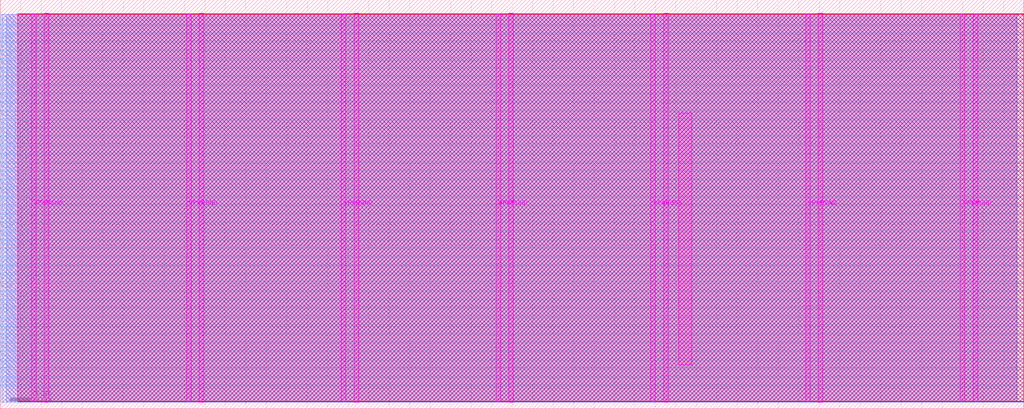
<source format=lef>
VERSION 5.7 ;
  NOWIREEXTENSIONATPIN ON ;
  DIVIDERCHAR "/" ;
  BUSBITCHARS "[]" ;
MACRO heichips25_template
  CLASS BLOCK ;
  FOREIGN heichips25_template ;
  ORIGIN 0.000 0.000 ;
  SIZE 500.000 BY 200.000 ;
  PIN VGND
    DIRECTION INOUT ;
    USE GROUND ;
    PORT
      LAYER TopMetal1 ;
        RECT 21.580 3.150 23.780 193.410 ;
    END
    PORT
      LAYER TopMetal1 ;
        RECT 97.180 3.150 99.380 193.410 ;
    END
    PORT
      LAYER TopMetal1 ;
        RECT 172.780 3.150 174.980 193.410 ;
    END
    PORT
      LAYER TopMetal1 ;
        RECT 248.380 3.150 250.580 193.410 ;
    END
    PORT
      LAYER TopMetal1 ;
        RECT 323.980 3.150 326.180 193.410 ;
    END
    PORT
      LAYER TopMetal1 ;
        RECT 399.580 3.150 401.780 193.410 ;
    END
    PORT
      LAYER TopMetal1 ;
        RECT 475.180 3.560 477.380 193.000 ;
    END
  END VGND
  PIN VPWR
    DIRECTION INOUT ;
    USE POWER ;
    PORT
      LAYER TopMetal1 ;
        RECT 15.380 3.560 17.580 193.000 ;
    END
    PORT
      LAYER TopMetal1 ;
        RECT 90.980 3.560 93.180 193.000 ;
    END
    PORT
      LAYER TopMetal1 ;
        RECT 166.580 3.560 168.780 193.000 ;
    END
    PORT
      LAYER TopMetal1 ;
        RECT 242.180 3.560 244.380 193.000 ;
    END
    PORT
      LAYER TopMetal1 ;
        RECT 317.780 3.560 319.980 193.000 ;
    END
    PORT
      LAYER TopMetal1 ;
        RECT 393.380 3.560 395.580 193.000 ;
    END
    PORT
      LAYER TopMetal1 ;
        RECT 468.980 3.560 471.180 193.000 ;
    END
  END VPWR
  PIN clk
    DIRECTION INPUT ;
    USE SIGNAL ;
    ANTENNAGATEAREA 2.901600 ;
    PORT
      LAYER Metal3 ;
        RECT 0.000 183.340 0.400 183.740 ;
    END
  END clk
  PIN ena
    DIRECTION INPUT ;
    USE SIGNAL ;
    ANTENNAGATEAREA 0.180700 ;
    PORT
      LAYER Metal3 ;
        RECT 0.000 179.140 0.400 179.540 ;
    END
  END ena
  PIN rst_n
    DIRECTION INPUT ;
    USE SIGNAL ;
    ANTENNAGATEAREA 0.180700 ;
    PORT
      LAYER Metal3 ;
        RECT 0.000 187.540 0.400 187.940 ;
    END
  END rst_n
  PIN ui_in[0]
    DIRECTION INPUT ;
    USE SIGNAL ;
    ANTENNAGATEAREA 0.180700 ;
    PORT
      LAYER Metal3 ;
        RECT 0.000 111.940 0.400 112.340 ;
    END
  END ui_in[0]
  PIN ui_in[1]
    DIRECTION INPUT ;
    USE SIGNAL ;
    ANTENNAGATEAREA 0.180700 ;
    PORT
      LAYER Metal3 ;
        RECT 0.000 116.140 0.400 116.540 ;
    END
  END ui_in[1]
  PIN ui_in[2]
    DIRECTION INPUT ;
    USE SIGNAL ;
    ANTENNAGATEAREA 0.180700 ;
    PORT
      LAYER Metal3 ;
        RECT 0.000 120.340 0.400 120.740 ;
    END
  END ui_in[2]
  PIN ui_in[3]
    DIRECTION INPUT ;
    USE SIGNAL ;
    ANTENNAGATEAREA 0.180700 ;
    PORT
      LAYER Metal3 ;
        RECT 0.000 124.540 0.400 124.940 ;
    END
  END ui_in[3]
  PIN ui_in[4]
    DIRECTION INPUT ;
    USE SIGNAL ;
    PORT
      LAYER Metal3 ;
        RECT 0.000 128.740 0.400 129.140 ;
    END
  END ui_in[4]
  PIN ui_in[5]
    DIRECTION INPUT ;
    USE SIGNAL ;
    PORT
      LAYER Metal3 ;
        RECT 0.000 132.940 0.400 133.340 ;
    END
  END ui_in[5]
  PIN ui_in[6]
    DIRECTION INPUT ;
    USE SIGNAL ;
    PORT
      LAYER Metal3 ;
        RECT 0.000 137.140 0.400 137.540 ;
    END
  END ui_in[6]
  PIN ui_in[7]
    DIRECTION INPUT ;
    USE SIGNAL ;
    PORT
      LAYER Metal3 ;
        RECT 0.000 141.340 0.400 141.740 ;
    END
  END ui_in[7]
  PIN uio_in[0]
    DIRECTION INPUT ;
    USE SIGNAL ;
    PORT
      LAYER Metal3 ;
        RECT 0.000 145.540 0.400 145.940 ;
    END
  END uio_in[0]
  PIN uio_in[1]
    DIRECTION INPUT ;
    USE SIGNAL ;
    PORT
      LAYER Metal3 ;
        RECT 0.000 149.740 0.400 150.140 ;
    END
  END uio_in[1]
  PIN uio_in[2]
    DIRECTION INPUT ;
    USE SIGNAL ;
    PORT
      LAYER Metal3 ;
        RECT 0.000 153.940 0.400 154.340 ;
    END
  END uio_in[2]
  PIN uio_in[3]
    DIRECTION INPUT ;
    USE SIGNAL ;
    PORT
      LAYER Metal3 ;
        RECT 0.000 158.140 0.400 158.540 ;
    END
  END uio_in[3]
  PIN uio_in[4]
    DIRECTION INPUT ;
    USE SIGNAL ;
    PORT
      LAYER Metal3 ;
        RECT 0.000 162.340 0.400 162.740 ;
    END
  END uio_in[4]
  PIN uio_in[5]
    DIRECTION INPUT ;
    USE SIGNAL ;
    PORT
      LAYER Metal3 ;
        RECT 0.000 166.540 0.400 166.940 ;
    END
  END uio_in[5]
  PIN uio_in[6]
    DIRECTION INPUT ;
    USE SIGNAL ;
    PORT
      LAYER Metal3 ;
        RECT 0.000 170.740 0.400 171.140 ;
    END
  END uio_in[6]
  PIN uio_in[7]
    DIRECTION INPUT ;
    USE SIGNAL ;
    PORT
      LAYER Metal3 ;
        RECT 0.000 174.940 0.400 175.340 ;
    END
  END uio_in[7]
  PIN uio_oe[0]
    DIRECTION OUTPUT ;
    USE SIGNAL ;
    ANTENNADIFFAREA 0.299200 ;
    PORT
      LAYER Metal3 ;
        RECT 0.000 78.340 0.400 78.740 ;
    END
  END uio_oe[0]
  PIN uio_oe[1]
    DIRECTION OUTPUT ;
    USE SIGNAL ;
    ANTENNADIFFAREA 0.299200 ;
    PORT
      LAYER Metal3 ;
        RECT 0.000 82.540 0.400 82.940 ;
    END
  END uio_oe[1]
  PIN uio_oe[2]
    DIRECTION OUTPUT ;
    USE SIGNAL ;
    ANTENNADIFFAREA 0.299200 ;
    PORT
      LAYER Metal3 ;
        RECT 0.000 86.740 0.400 87.140 ;
    END
  END uio_oe[2]
  PIN uio_oe[3]
    DIRECTION OUTPUT ;
    USE SIGNAL ;
    ANTENNADIFFAREA 0.299200 ;
    PORT
      LAYER Metal3 ;
        RECT 0.000 90.940 0.400 91.340 ;
    END
  END uio_oe[3]
  PIN uio_oe[4]
    DIRECTION OUTPUT ;
    USE SIGNAL ;
    ANTENNADIFFAREA 0.299200 ;
    PORT
      LAYER Metal3 ;
        RECT 0.000 95.140 0.400 95.540 ;
    END
  END uio_oe[4]
  PIN uio_oe[5]
    DIRECTION OUTPUT ;
    USE SIGNAL ;
    ANTENNADIFFAREA 0.299200 ;
    PORT
      LAYER Metal3 ;
        RECT 0.000 99.340 0.400 99.740 ;
    END
  END uio_oe[5]
  PIN uio_oe[6]
    DIRECTION OUTPUT ;
    USE SIGNAL ;
    ANTENNADIFFAREA 0.299200 ;
    PORT
      LAYER Metal3 ;
        RECT 0.000 103.540 0.400 103.940 ;
    END
  END uio_oe[6]
  PIN uio_oe[7]
    DIRECTION OUTPUT ;
    USE SIGNAL ;
    ANTENNADIFFAREA 0.299200 ;
    PORT
      LAYER Metal3 ;
        RECT 0.000 107.740 0.400 108.140 ;
    END
  END uio_oe[7]
  PIN uio_out[0]
    DIRECTION OUTPUT ;
    USE SIGNAL ;
    ANTENNADIFFAREA 0.708600 ;
    PORT
      LAYER Metal3 ;
        RECT 0.000 44.740 0.400 45.140 ;
    END
  END uio_out[0]
  PIN uio_out[1]
    DIRECTION OUTPUT ;
    USE SIGNAL ;
    ANTENNADIFFAREA 0.708600 ;
    PORT
      LAYER Metal3 ;
        RECT 0.000 48.940 0.400 49.340 ;
    END
  END uio_out[1]
  PIN uio_out[2]
    DIRECTION OUTPUT ;
    USE SIGNAL ;
    ANTENNADIFFAREA 0.708600 ;
    PORT
      LAYER Metal3 ;
        RECT 0.000 53.140 0.400 53.540 ;
    END
  END uio_out[2]
  PIN uio_out[3]
    DIRECTION OUTPUT ;
    USE SIGNAL ;
    ANTENNADIFFAREA 0.708600 ;
    PORT
      LAYER Metal3 ;
        RECT 0.000 57.340 0.400 57.740 ;
    END
  END uio_out[3]
  PIN uio_out[4]
    DIRECTION OUTPUT ;
    USE SIGNAL ;
    ANTENNADIFFAREA 0.708600 ;
    PORT
      LAYER Metal3 ;
        RECT 0.000 61.540 0.400 61.940 ;
    END
  END uio_out[4]
  PIN uio_out[5]
    DIRECTION OUTPUT ;
    USE SIGNAL ;
    ANTENNADIFFAREA 0.708600 ;
    PORT
      LAYER Metal3 ;
        RECT 0.000 65.740 0.400 66.140 ;
    END
  END uio_out[5]
  PIN uio_out[6]
    DIRECTION OUTPUT ;
    USE SIGNAL ;
    ANTENNADIFFAREA 0.708600 ;
    PORT
      LAYER Metal3 ;
        RECT 0.000 69.940 0.400 70.340 ;
    END
  END uio_out[6]
  PIN uio_out[7]
    DIRECTION OUTPUT ;
    USE SIGNAL ;
    ANTENNADIFFAREA 0.708600 ;
    PORT
      LAYER Metal3 ;
        RECT 0.000 74.140 0.400 74.540 ;
    END
  END uio_out[7]
  PIN uo_out[0]
    DIRECTION OUTPUT ;
    USE SIGNAL ;
    ANTENNADIFFAREA 0.299200 ;
    PORT
      LAYER Metal3 ;
        RECT 0.000 11.140 0.400 11.540 ;
    END
  END uo_out[0]
  PIN uo_out[1]
    DIRECTION OUTPUT ;
    USE SIGNAL ;
    ANTENNADIFFAREA 0.299200 ;
    PORT
      LAYER Metal3 ;
        RECT 0.000 15.340 0.400 15.740 ;
    END
  END uo_out[1]
  PIN uo_out[2]
    DIRECTION OUTPUT ;
    USE SIGNAL ;
    ANTENNADIFFAREA 0.299200 ;
    PORT
      LAYER Metal3 ;
        RECT 0.000 19.540 0.400 19.940 ;
    END
  END uo_out[2]
  PIN uo_out[3]
    DIRECTION OUTPUT ;
    USE SIGNAL ;
    ANTENNADIFFAREA 0.299200 ;
    PORT
      LAYER Metal3 ;
        RECT 0.000 23.740 0.400 24.140 ;
    END
  END uo_out[3]
  PIN uo_out[4]
    DIRECTION OUTPUT ;
    USE SIGNAL ;
    ANTENNADIFFAREA 0.299200 ;
    PORT
      LAYER Metal3 ;
        RECT 0.000 27.940 0.400 28.340 ;
    END
  END uo_out[4]
  PIN uo_out[5]
    DIRECTION OUTPUT ;
    USE SIGNAL ;
    ANTENNADIFFAREA 0.299200 ;
    PORT
      LAYER Metal3 ;
        RECT 0.000 32.140 0.400 32.540 ;
    END
  END uo_out[5]
  PIN uo_out[6]
    DIRECTION OUTPUT ;
    USE SIGNAL ;
    ANTENNADIFFAREA 0.299200 ;
    PORT
      LAYER Metal3 ;
        RECT 0.000 36.340 0.400 36.740 ;
    END
  END uo_out[6]
  PIN uo_out[7]
    DIRECTION OUTPUT ;
    USE SIGNAL ;
    ANTENNADIFFAREA 0.299200 ;
    PORT
      LAYER Metal3 ;
        RECT 0.000 40.540 0.400 40.940 ;
    END
  END uo_out[7]
  OBS
      LAYER GatPoly ;
        RECT 2.880 3.630 496.800 192.930 ;
      LAYER Metal1 ;
        RECT 2.880 3.560 496.800 193.000 ;
      LAYER Metal2 ;
        RECT 1.335 3.215 496.425 192.925 ;
      LAYER Metal3 ;
        RECT 0.400 188.150 500.000 192.880 ;
        RECT 0.610 187.330 500.000 188.150 ;
        RECT 0.400 183.950 500.000 187.330 ;
        RECT 0.610 183.130 500.000 183.950 ;
        RECT 0.400 179.750 500.000 183.130 ;
        RECT 0.610 178.930 500.000 179.750 ;
        RECT 0.400 175.550 500.000 178.930 ;
        RECT 0.610 174.730 500.000 175.550 ;
        RECT 0.400 171.350 500.000 174.730 ;
        RECT 0.610 170.530 500.000 171.350 ;
        RECT 0.400 167.150 500.000 170.530 ;
        RECT 0.610 166.330 500.000 167.150 ;
        RECT 0.400 162.950 500.000 166.330 ;
        RECT 0.610 162.130 500.000 162.950 ;
        RECT 0.400 158.750 500.000 162.130 ;
        RECT 0.610 157.930 500.000 158.750 ;
        RECT 0.400 154.550 500.000 157.930 ;
        RECT 0.610 153.730 500.000 154.550 ;
        RECT 0.400 150.350 500.000 153.730 ;
        RECT 0.610 149.530 500.000 150.350 ;
        RECT 0.400 146.150 500.000 149.530 ;
        RECT 0.610 145.330 500.000 146.150 ;
        RECT 0.400 141.950 500.000 145.330 ;
        RECT 0.610 141.130 500.000 141.950 ;
        RECT 0.400 137.750 500.000 141.130 ;
        RECT 0.610 136.930 500.000 137.750 ;
        RECT 0.400 133.550 500.000 136.930 ;
        RECT 0.610 132.730 500.000 133.550 ;
        RECT 0.400 129.350 500.000 132.730 ;
        RECT 0.610 128.530 500.000 129.350 ;
        RECT 0.400 125.150 500.000 128.530 ;
        RECT 0.610 124.330 500.000 125.150 ;
        RECT 0.400 120.950 500.000 124.330 ;
        RECT 0.610 120.130 500.000 120.950 ;
        RECT 0.400 116.750 500.000 120.130 ;
        RECT 0.610 115.930 500.000 116.750 ;
        RECT 0.400 112.550 500.000 115.930 ;
        RECT 0.610 111.730 500.000 112.550 ;
        RECT 0.400 108.350 500.000 111.730 ;
        RECT 0.610 107.530 500.000 108.350 ;
        RECT 0.400 104.150 500.000 107.530 ;
        RECT 0.610 103.330 500.000 104.150 ;
        RECT 0.400 99.950 500.000 103.330 ;
        RECT 0.610 99.130 500.000 99.950 ;
        RECT 0.400 95.750 500.000 99.130 ;
        RECT 0.610 94.930 500.000 95.750 ;
        RECT 0.400 91.550 500.000 94.930 ;
        RECT 0.610 90.730 500.000 91.550 ;
        RECT 0.400 87.350 500.000 90.730 ;
        RECT 0.610 86.530 500.000 87.350 ;
        RECT 0.400 83.150 500.000 86.530 ;
        RECT 0.610 82.330 500.000 83.150 ;
        RECT 0.400 78.950 500.000 82.330 ;
        RECT 0.610 78.130 500.000 78.950 ;
        RECT 0.400 74.750 500.000 78.130 ;
        RECT 0.610 73.930 500.000 74.750 ;
        RECT 0.400 70.550 500.000 73.930 ;
        RECT 0.610 69.730 500.000 70.550 ;
        RECT 0.400 66.350 500.000 69.730 ;
        RECT 0.610 65.530 500.000 66.350 ;
        RECT 0.400 62.150 500.000 65.530 ;
        RECT 0.610 61.330 500.000 62.150 ;
        RECT 0.400 57.950 500.000 61.330 ;
        RECT 0.610 57.130 500.000 57.950 ;
        RECT 0.400 53.750 500.000 57.130 ;
        RECT 0.610 52.930 500.000 53.750 ;
        RECT 0.400 49.550 500.000 52.930 ;
        RECT 0.610 48.730 500.000 49.550 ;
        RECT 0.400 45.350 500.000 48.730 ;
        RECT 0.610 44.530 500.000 45.350 ;
        RECT 0.400 41.150 500.000 44.530 ;
        RECT 0.610 40.330 500.000 41.150 ;
        RECT 0.400 36.950 500.000 40.330 ;
        RECT 0.610 36.130 500.000 36.950 ;
        RECT 0.400 32.750 500.000 36.130 ;
        RECT 0.610 31.930 500.000 32.750 ;
        RECT 0.400 28.550 500.000 31.930 ;
        RECT 0.610 27.730 500.000 28.550 ;
        RECT 0.400 24.350 500.000 27.730 ;
        RECT 0.610 23.530 500.000 24.350 ;
        RECT 0.400 20.150 500.000 23.530 ;
        RECT 0.610 19.330 500.000 20.150 ;
        RECT 0.400 15.950 500.000 19.330 ;
        RECT 0.610 15.130 500.000 15.950 ;
        RECT 0.400 11.750 500.000 15.130 ;
        RECT 0.610 10.930 500.000 11.750 ;
        RECT 0.400 3.260 500.000 10.930 ;
      LAYER Metal4 ;
        RECT 8.535 3.635 499.905 192.925 ;
      LAYER Metal5 ;
        RECT 8.495 3.470 500.000 193.090 ;
      LAYER TopMetal1 ;
        RECT 331.420 21.440 337.620 144.460 ;
  END
END heichips25_template
END LIBRARY


</source>
